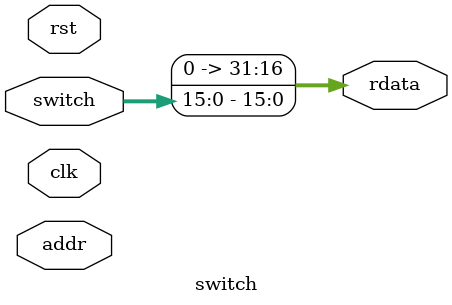
<source format=v>
`timescale 1ns / 1ps
module switch(
    input  wire        rst,
    input  wire        clk,
    input  wire [31:0] addr,    // 直接用32位，方便Bridge兼容
    input  wire [15:0] switch,
    output wire [31:0] rdata
);
    assign rdata = {16'b0, switch};
    
endmodule

</source>
